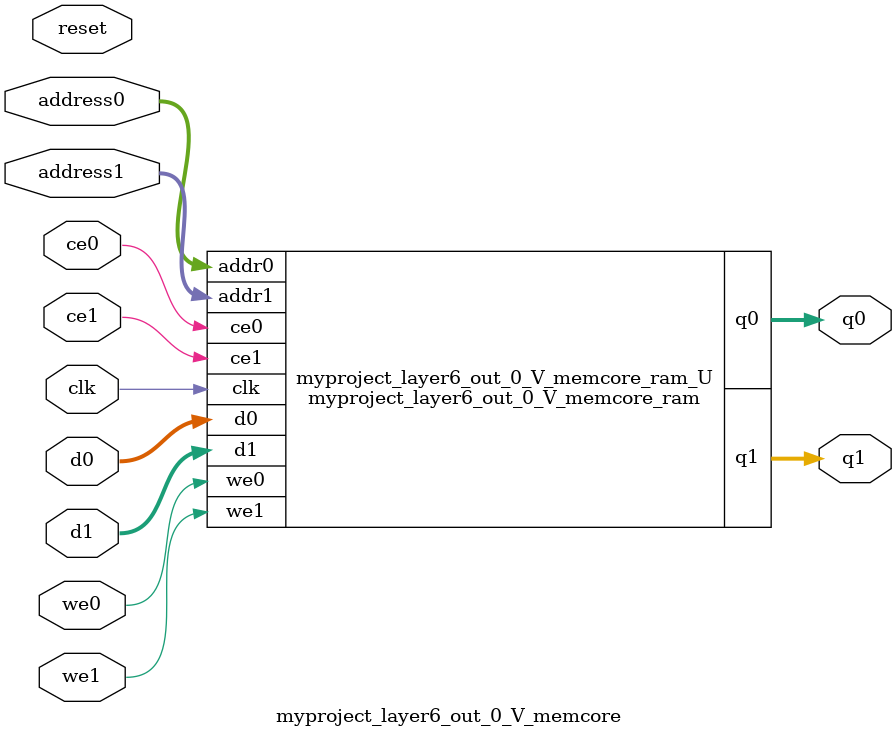
<source format=v>

`timescale 1 ns / 1 ps
module myproject_layer6_out_0_V_memcore_ram (addr0, ce0, d0, we0, q0, addr1, ce1, d1, we1, q1,  clk);

parameter DWIDTH = 16;
parameter AWIDTH = 5;
parameter MEM_SIZE = 32;

input[AWIDTH-1:0] addr0;
input ce0;
input[DWIDTH-1:0] d0;
input we0;
output reg[DWIDTH-1:0] q0;
input[AWIDTH-1:0] addr1;
input ce1;
input[DWIDTH-1:0] d1;
input we1;
output reg[DWIDTH-1:0] q1;
input clk;

(* ram_style = "distributed" *)reg [DWIDTH-1:0] ram[0:MEM_SIZE-1];




always @(posedge clk)  
begin 
    if (ce0) 
    begin
        if (we0) 
        begin 
            ram[addr0] <= d0; 
            q0 <= d0;
        end 
        else 
            q0 <= ram[addr0];
    end
end


always @(posedge clk)  
begin 
    if (ce1) 
    begin
        if (we1) 
        begin 
            ram[addr1] <= d1; 
            q1 <= d1;
        end 
        else 
            q1 <= ram[addr1];
    end
end


endmodule


`timescale 1 ns / 1 ps
module myproject_layer6_out_0_V_memcore(
    reset,
    clk,
    address0,
    ce0,
    we0,
    d0,
    q0,
    address1,
    ce1,
    we1,
    d1,
    q1);

parameter DataWidth = 32'd16;
parameter AddressRange = 32'd32;
parameter AddressWidth = 32'd5;
input reset;
input clk;
input[AddressWidth - 1:0] address0;
input ce0;
input we0;
input[DataWidth - 1:0] d0;
output[DataWidth - 1:0] q0;
input[AddressWidth - 1:0] address1;
input ce1;
input we1;
input[DataWidth - 1:0] d1;
output[DataWidth - 1:0] q1;



myproject_layer6_out_0_V_memcore_ram myproject_layer6_out_0_V_memcore_ram_U(
    .clk( clk ),
    .addr0( address0 ),
    .ce0( ce0 ),
    .we0( we0 ),
    .d0( d0 ),
    .q0( q0 ),
    .addr1( address1 ),
    .ce1( ce1 ),
    .we1( we1 ),
    .d1( d1 ),
    .q1( q1 ));

endmodule


</source>
